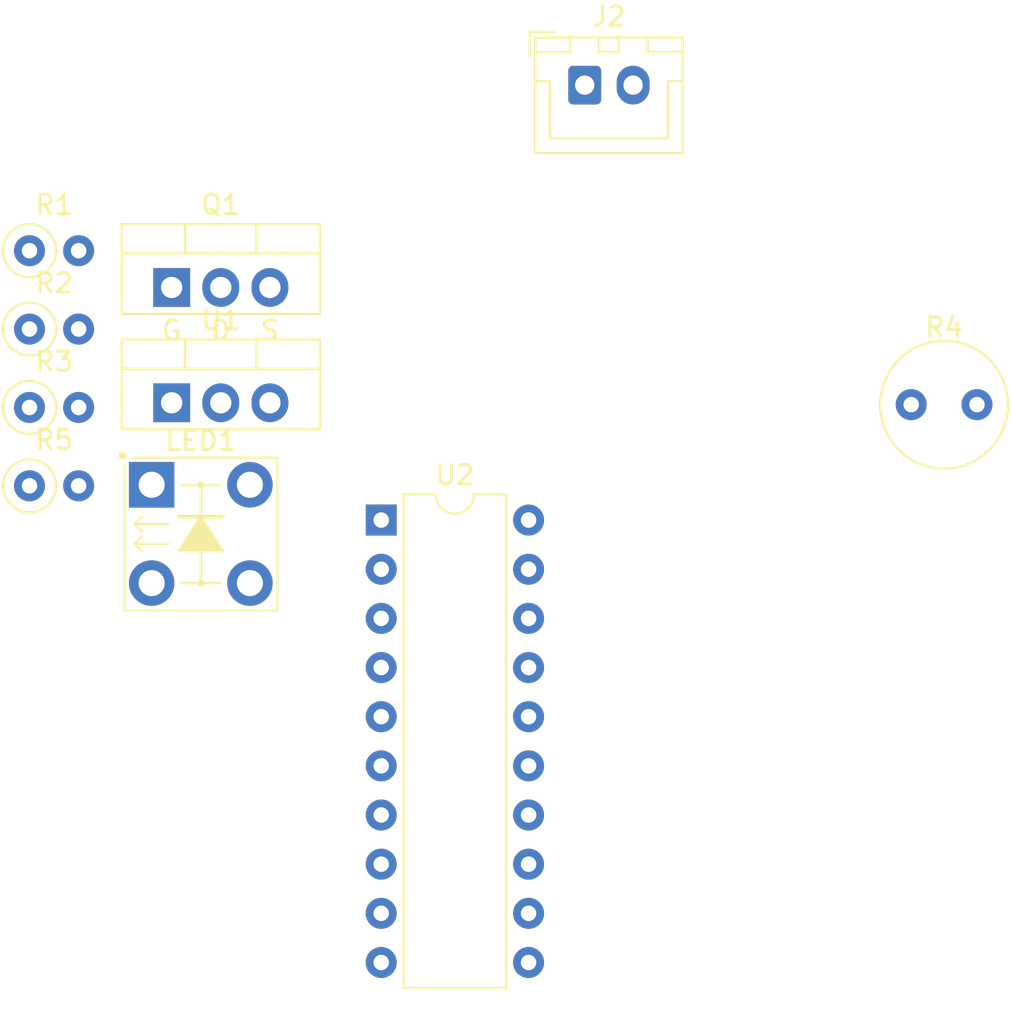
<source format=kicad_pcb>
(kicad_pcb (version 20240108) (generator "pcbnew") (generator_version "8.0")
  (layers (0 "F.Cu" signal) (31 "B.Cu" signal) (34 "B.Paste" user) (35 "F.Paste" user) (36 "B.SilkS" user "B.Silkscreen") (37 "F.SilkS" user "F.Silkscreen") (38 "B.Mask" user) (39 "F.Mask" user) (44 "Edge.Cuts" user))
  (net 0 "")
  (net 1 "/LED_PWR")
  (net 2 "Net-(LED1-K)")
  (net 3 "Net-(Q1-G)")
  (net 4 "GND")
  (net 5 "/PIR_INT")
  (net 6 "Net-(J1-Pin_2)")
  (net 7 "Net-(R2-Pad2)")
  (net 8 "/LED_CTRL")
  (net 9 "VCC")
  (net 10 "/LIGHT_LVL")
  (footprint "Connector_JST:JST_XH_B2B-XH-A_1x02_P2.50mm_Vertical" (layer "F.Cu") (at 81.32 31.75)
    (property "Reference" "J2" (at 1.25 -3.55 0) (layer "F.SilkS"))
    (property "Value" "Conn_01x02_Socket")
    (fp_line (start -2.85 -2.75) (end -2.85 -1.5) (stroke (width 0.12)) (layer "F.SilkS"))
    (fp_line (start -2.56 -2.46) (end -2.56 3.51) (stroke (width 0.12)) (layer "F.SilkS"))
    (fp_line (start -2.56 3.51) (end 5.06 3.51) (stroke (width 0.12)) (layer "F.SilkS"))
    (fp_line (start -2.55 -2.45) (end -2.55 -1.7) (stroke (width 0.12)) (layer "F.SilkS"))
    (fp_line (start -2.55 -1.7) (end -0.75 -1.7) (stroke (width 0.12)) (layer "F.SilkS"))
    (fp_line (start -2.55 -0.2) (end -1.8 -0.2) (stroke (width 0.12)) (layer "F.SilkS"))
    (fp_line (start -1.8 -0.2) (end -1.8 2.75) (stroke (width 0.12)) (layer "F.SilkS"))
    (fp_line (start -1.8 2.75) (end 1.25 2.75) (stroke (width 0.12)) (layer "F.SilkS"))
    (fp_line (start -1.6 -2.75) (end -2.85 -2.75) (stroke (width 0.12)) (layer "F.SilkS"))
    (fp_line (start -0.75 -2.45) (end -2.55 -2.45) (stroke (width 0.12)) (layer "F.SilkS"))
    (fp_line (start -0.75 -1.7) (end -0.75 -2.45) (stroke (width 0.12)) (layer "F.SilkS"))
    (fp_line (start 0.75 -2.45) (end 0.75 -1.7) (stroke (width 0.12)) (layer "F.SilkS"))
    (fp_line (start 0.75 -1.7) (end 1.75 -1.7) (stroke (width 0.12)) (layer "F.SilkS"))
    (fp_line (start 1.75 -2.45) (end 0.75 -2.45) (stroke (width 0.12)) (layer "F.SilkS"))
    (fp_line (start 1.75 -1.7) (end 1.75 -2.45) (stroke (width 0.12)) (layer "F.SilkS"))
    (fp_line (start 3.25 -2.45) (end 3.25 -1.7) (stroke (width 0.12)) (layer "F.SilkS"))
    (fp_line (start 3.25 -1.7) (end 5.05 -1.7) (stroke (width 0.12)) (layer "F.SilkS"))
    (fp_line (start 4.3 -0.2) (end 4.3 2.75) (stroke (width 0.12)) (layer "F.SilkS"))
    (fp_line (start 4.3 2.75) (end 1.25 2.75) (stroke (width 0.12)) (layer "F.SilkS"))
    (fp_line (start 5.05 -2.45) (end 3.25 -2.45) (stroke (width 0.12)) (layer "F.SilkS"))
    (fp_line (start 5.05 -1.7) (end 5.05 -2.45) (stroke (width 0.12)) (layer "F.SilkS"))
    (fp_line (start 5.05 -0.2) (end 4.3 -0.2) (stroke (width 0.12)) (layer "F.SilkS"))
    (fp_line (start 5.06 -2.46) (end -2.56 -2.46) (stroke (width 0.12)) (layer "F.SilkS"))
    (fp_line (start 5.06 3.51) (end 5.06 -2.46) (stroke (width 0.12)) (layer "F.SilkS"))
    (pad "1" thru_hole roundrect (at 0 0) (size 1.7 2) (drill 1) (layers "*.Cu" "*.Mask") (roundrect_rratio 0.147059) (net 9 "VCC"))
    (pad "2" thru_hole oval (at 2.5 0) (size 1.7 2) (drill 1) (layers "*.Cu" "*.Mask") (net 4 "GND"))
  )
  (footprint "PCM_LED_THT_AKL:LED_SuperFlux" (layer "F.Cu") (at 58.928921 52.401421)
    (property "Reference" "LED1" (at 2.54 -2.27 0) (layer "F.SilkS"))
    (property "Value" "LED_SuperFlux" (hide yes))
    (fp_line (start -1.4 6.5) (end -1.4 -1) (stroke (width 0.12)) (layer "F.SilkS"))
    (fp_line (start -1 -1.4) (end 6.5 -1.4) (stroke (width 0.12)) (layer "F.SilkS"))
    (fp_line (start -0.889 2.032) (end -0.508 2.413) (stroke (width 0.12)) (layer "F.SilkS"))
    (fp_line (start -0.889 3.048) (end -0.508 3.429) (stroke (width 0.12)) (layer "F.SilkS"))
    (fp_line (start -0.508 1.651) (end -0.889 2.032) (stroke (width 0.12)) (layer "F.SilkS"))
    (fp_line (start -0.508 2.667) (end -0.889 3.048) (stroke (width 0.12)) (layer "F.SilkS"))
    (fp_line (start 0.889 2.032) (end -0.889 2.032) (stroke (width 0.12)) (layer "F.SilkS"))
    (fp_line (start 0.889 3.048) (end -0.889 3.048) (stroke (width 0.12)) (layer "F.SilkS"))
    (fp_line (start 1.524 0) (end 3.556 0) (stroke (width 0.12)) (layer "F.SilkS"))
    (fp_line (start 1.524 5.08) (end 3.556 5.08) (stroke (width 0.12)) (layer "F.SilkS"))
    (fp_line (start 2.54 1.651) (end 1.397 1.651) (stroke (width 0.2)) (layer "F.SilkS"))
    (fp_line (start 2.54 1.651) (end 3.683 1.651) (stroke (width 0.2)) (layer "F.SilkS"))
    (fp_line (start 2.54 5.08) (end 2.54 0) (stroke (width 0.12)) (layer "F.SilkS"))
    (fp_line (start 6.5 -1.4) (end 6.5 6.5) (stroke (width 0.12)) (layer "F.SilkS"))
    (fp_line (start 6.5 6.5) (end -1.4 6.5) (stroke (width 0.12)) (layer "F.SilkS"))
    (fp_circle (center -1.5 -1.5) (end -1.358579 -1.5) (stroke (width 0.12)) (fill solid) (layer "F.SilkS"))
    (fp_circle (center 2.54 0) (end 2.667 0) (stroke (width 0.12)) (fill solid) (layer "F.SilkS"))
    (fp_circle (center 2.54 5.08) (end 2.667 5.08) (stroke (width 0.12)) (fill solid) (layer "F.SilkS"))
    (fp_poly (pts (xy 3.683 3.429) (xy 1.397 3.429) (xy 2.54 1.651)) (stroke (width 0.12)) (fill solid) (layer "F.SilkS"))
    (pad "1" thru_hole rect (at 0 0) (size 2.35 2.35) (drill 1.35) (layers "*.Cu" "*.Mask") (net 2 "Net-(LED1-K)"))
    (pad "1" thru_hole circle (at 5.08 0) (size 2.35 2.35) (drill 1.35) (layers "*.Cu" "*.Mask") (net 2 "Net-(LED1-K)"))
    (pad "2" thru_hole circle (at 0 5.08) (size 2.35 2.35) (drill 1.35) (layers "*.Cu" "*.Mask") (net 1 "/LED_PWR"))
    (pad "2" thru_hole circle (at 5.08 5.08) (size 2.35 2.35) (drill 1.35) (layers "*.Cu" "*.Mask") (net 1 "/LED_PWR"))
  )
  (footprint "Package_DIP:DIP-20_W7.62mm" (layer "F.Cu") (at 70.7975 54.225)
    (property "Reference" "U2" (at 3.81 -2.33 0) (layer "F.SilkS"))
    (property "Value" "CH32V003FxPx")
    (fp_line (start 1.16 -1.33) (end 1.16 24.19) (stroke (width 0.12)) (layer "F.SilkS"))
    (fp_line (start 1.16 24.19) (end 6.46 24.19) (stroke (width 0.12)) (layer "F.SilkS"))
    (fp_line (start 2.81 -1.33) (end 1.16 -1.33) (stroke (width 0.12)) (layer "F.SilkS"))
    (fp_line (start 6.46 -1.33) (end 4.81 -1.33) (stroke (width 0.12)) (layer "F.SilkS"))
    (fp_line (start 6.46 24.19) (end 6.46 -1.33) (stroke (width 0.12)) (layer "F.SilkS"))
    (fp_arc (start 4.81 -1.33) (mid 3.81 -0.33) (end 2.81 -1.33) (stroke (width 0.12)) (layer "F.SilkS"))
    (pad "1" thru_hole rect (at 0 0) (size 1.6 1.6) (drill 0.8) (layers "*.Cu" "*.Mask") (net 5 "/PIR_INT"))
    (pad "2" thru_hole oval (at 0 2.54) (size 1.6 1.6) (drill 0.8) (layers "*.Cu" "*.Mask"))
    (pad "3" thru_hole oval (at 0 5.08) (size 1.6 1.6) (drill 0.8) (layers "*.Cu" "*.Mask"))
    (pad "4" thru_hole oval (at 0 7.62) (size 1.6 1.6) (drill 0.8) (layers "*.Cu" "*.Mask"))
    (pad "5" thru_hole oval (at 0 10.16) (size 1.6 1.6) (drill 0.8) (layers "*.Cu" "*.Mask"))
    (pad "6" thru_hole oval (at 0 12.7) (size 1.6 1.6) (drill 0.8) (layers "*.Cu" "*.Mask"))
    (pad "7" thru_hole oval (at 0 15.24) (size 1.6 1.6) (drill 0.8) (layers "*.Cu" "*.Mask") (net 4 "GND"))
    (pad "8" thru_hole oval (at 0 17.78) (size 1.6 1.6) (drill 0.8) (layers "*.Cu" "*.Mask") (net 8 "/LED_CTRL"))
    (pad "9" thru_hole oval (at 0 20.32) (size 1.6 1.6) (drill 0.8) (layers "*.Cu" "*.Mask") (net 9 "VCC"))
    (pad "10" thru_hole oval (at 0 22.86) (size 1.6 1.6) (drill 0.8) (layers "*.Cu" "*.Mask"))
    (pad "11" thru_hole oval (at 7.62 22.86) (size 1.6 1.6) (drill 0.8) (layers "*.Cu" "*.Mask"))
    (pad "12" thru_hole oval (at 7.62 20.32) (size 1.6 1.6) (drill 0.8) (layers "*.Cu" "*.Mask"))
    (pad "13" thru_hole oval (at 7.62 17.78) (size 1.6 1.6) (drill 0.8) (layers "*.Cu" "*.Mask"))
    (pad "14" thru_hole oval (at 7.62 15.24) (size 1.6 1.6) (drill 0.8) (layers "*.Cu" "*.Mask"))
    (pad "15" thru_hole oval (at 7.62 12.7) (size 1.6 1.6) (drill 0.8) (layers "*.Cu" "*.Mask"))
    (pad "16" thru_hole oval (at 7.62 10.16) (size 1.6 1.6) (drill 0.8) (layers "*.Cu" "*.Mask"))
    (pad "17" thru_hole oval (at 7.62 7.62) (size 1.6 1.6) (drill 0.8) (layers "*.Cu" "*.Mask"))
    (pad "18" thru_hole oval (at 7.62 5.08) (size 1.6 1.6) (drill 0.8) (layers "*.Cu" "*.Mask"))
    (pad "19" thru_hole oval (at 7.62 2.54) (size 1.6 1.6) (drill 0.8) (layers "*.Cu" "*.Mask") (net 10 "/LIGHT_LVL"))
    (pad "20" thru_hole oval (at 7.62 0) (size 1.6 1.6) (drill 0.8) (layers "*.Cu" "*.Mask"))
  )
  (footprint "PCM_Package_TO_SOT_THT_AKL:TO-220-3_Vertical_GDS" (layer "F.Cu") (at 59.9625 42.205)
    (property "Reference" "Q1" (at 2.54 -4.27 0) (layer "F.SilkS"))
    (property "Value" "IRLZ44N" (hide yes))
    (fp_line (start -2.58 -3.27) (end -2.58 1.371) (stroke (width 0.12)) (layer "F.SilkS"))
    (fp_line (start -2.58 -3.27) (end 7.66 -3.27) (stroke (width 0.12)) (layer "F.SilkS"))
    (fp_line (start -2.58 -1.76) (end 7.66 -1.76) (stroke (width 0.12)) (layer "F.SilkS"))
    (fp_line (start -2.58 1.371) (end 7.66 1.371) (stroke (width 0.12)) (layer "F.SilkS"))
    (fp_line (start 0.69 -3.27) (end 0.69 -1.76) (stroke (width 0.12)) (layer "F.SilkS"))
    (fp_line (start 4.391 -3.27) (end 4.391 -1.76) (stroke (width 0.12)) (layer "F.SilkS"))
    (fp_line (start 7.66 -3.27) (end 7.66 1.371) (stroke (width 0.12)) (layer "F.SilkS"))
    (fp_text user "D" (at 2.54 2.2225 0) (layer "F.SilkS"))
    (fp_text user "S" (at 5.08 2.2225 0) (layer "F.SilkS"))
    (fp_text user "G" (at 0 2.2225 0) (layer "F.SilkS"))
    (pad "1" thru_hole rect (at 0 0) (size 1.905 2) (drill 1.1) (layers "*.Cu" "*.Mask") (net 3 "Net-(Q1-G)"))
    (pad "2" thru_hole oval (at 2.54 0) (size 1.905 2) (drill 1.1) (layers "*.Cu" "*.Mask") (net 2 "Net-(LED1-K)"))
    (pad "3" thru_hole oval (at 5.08 0) (size 1.905 2) (drill 1.1) (layers "*.Cu" "*.Mask") (net 4 "GND"))
  )
  (footprint "PCM_Resistor_THT_AKL:R_Axial_DIN0207_L6.3mm_D2.5mm_P2.54mm_Vertical" (layer "F.Cu") (at 52.6125 40.305)
    (property "Reference" "R1" (at 1.27 -2.37 0) (layer "F.SilkS"))
    (property "Value" "1K" (hide yes))
    (fp_line (start 1.37 0) (end 1.44 0) (stroke (width 0.12)) (layer "F.SilkS"))
    (fp_circle (center 0 0) (end 1.37 0) (stroke (width 0.12)) (fill none) (layer "F.SilkS"))
    (pad "1" thru_hole circle (at 0 0) (size 1.6 1.6) (drill 0.8) (layers "*.Cu" "*.Mask") (net 6 "Net-(J1-Pin_2)"))
    (pad "2" thru_hole oval (at 2.54 0) (size 1.6 1.6) (drill 0.8) (layers "*.Cu" "*.Mask") (net 5 "/PIR_INT"))
  )
  (footprint "PCM_Resistor_THT_AKL:R_Axial_DIN0207_L6.3mm_D2.5mm_P2.54mm_Vertical" (layer "F.Cu") (at 52.6125 48.405)
    (property "Reference" "R3" (at 1.27 -2.37 0) (layer "F.SilkS"))
    (property "Value" "1K" (hide yes))
    (fp_line (start 1.37 0) (end 1.44 0) (stroke (width 0.12)) (layer "F.SilkS"))
    (fp_circle (center 0 0) (end 1.37 0) (stroke (width 0.12)) (fill none) (layer "F.SilkS"))
    (pad "1" thru_hole circle (at 0 0) (size 1.6 1.6) (drill 0.8) (layers "*.Cu" "*.Mask") (net 8 "/LED_CTRL"))
    (pad "2" thru_hole oval (at 2.54 0) (size 1.6 1.6) (drill 0.8) (layers "*.Cu" "*.Mask") (net 3 "Net-(Q1-G)"))
  )
  (footprint "PCM_Resistor_THT_AKL:R_Axial_DIN0207_L6.3mm_D2.5mm_P2.54mm_Vertical" (layer "F.Cu") (at 52.6125 44.355)
    (property "Reference" "R2" (at 1.27 -2.37 0) (layer "F.SilkS"))
    (property "Value" "47" (hide yes))
    (fp_line (start 1.37 0) (end 1.44 0) (stroke (width 0.12)) (layer "F.SilkS"))
    (fp_circle (center 0 0) (end 1.37 0) (stroke (width 0.12)) (fill none) (layer "F.SilkS"))
    (pad "1" thru_hole circle (at 0 0) (size 1.6 1.6) (drill 0.8) (layers "*.Cu" "*.Mask") (net 1 "/LED_PWR"))
    (pad "2" thru_hole oval (at 2.54 0) (size 1.6 1.6) (drill 0.8) (layers "*.Cu" "*.Mask") (net 7 "Net-(R2-Pad2)"))
  )
  (footprint "PCM_Resistor_THT_AKL:R_Axial_DIN0207_L6.3mm_D2.5mm_P2.54mm_Vertical" (layer "F.Cu") (at 52.6125 52.455)
    (property "Reference" "R5" (at 1.27 -2.37 0) (layer "F.SilkS"))
    (property "Value" "1M" (hide yes))
    (fp_line (start 1.37 0) (end 1.44 0) (stroke (width 0.12)) (layer "F.SilkS"))
    (fp_circle (center 0 0) (end 1.37 0) (stroke (width 0.12)) (fill none) (layer "F.SilkS"))
    (pad "1" thru_hole circle (at 0 0) (size 1.6 1.6) (drill 0.8) (layers "*.Cu" "*.Mask") (net 10 "/LIGHT_LVL"))
    (pad "2" thru_hole oval (at 2.54 0) (size 1.6 1.6) (drill 0.8) (layers "*.Cu" "*.Mask") (net 9 "VCC"))
  )
  (footprint "OptoDevice:R_LDR_D6.4mm_P3.4mm_Vertical" (layer "F.Cu") (at 98.2 48.26)
    (property "Reference" "R4" (at 1.7 -4 0) (layer "F.SilkS"))
    (property "Value" "10K")
    (fp_circle (center 1.7 0) (end 5 -0.1) (stroke (width 0.12)) (fill none) (layer "F.SilkS"))
    (pad "1" thru_hole circle (at 0 0) (size 1.6 1.6) (drill 0.8) (layers "*.Cu" "*.Mask") (net 10 "/LIGHT_LVL"))
    (pad "2" thru_hole circle (at 3.4 0) (size 1.6 1.6) (drill 0.8) (layers "*.Cu" "*.Mask") (net 4 "GND"))
  )
  (footprint "PCM_Package_TO_SOT_THT_AKL:TO-220-3_Vertical" (layer "F.Cu") (at 59.9625 48.165)
    (property "Reference" "U1" (at 2.54 -4.27 0) (layer "F.SilkS"))
    (property "Value" "LT317AT" (hide yes))
    (fp_line (start -2.58 -3.27) (end -2.58 1.371) (stroke (width 0.12)) (layer "F.SilkS"))
    (fp_line (start -2.58 -3.27) (end 7.66 -3.27) (stroke (width 0.12)) (layer "F.SilkS"))
    (fp_line (start -2.58 -1.76) (end 7.66 -1.76) (stroke (width 0.12)) (layer "F.SilkS"))
    (fp_line (start -2.58 1.371) (end 7.66 1.371) (stroke (width 0.12)) (layer "F.SilkS"))
    (fp_line (start 0.69 -3.27) (end 0.69 -1.76) (stroke (width 0.12)) (layer "F.SilkS"))
    (fp_line (start 4.391 -3.27) (end 4.391 -1.76) (stroke (width 0.12)) (layer "F.SilkS"))
    (fp_line (start 7.66 -3.27) (end 7.66 1.371) (stroke (width 0.12)) (layer "F.SilkS"))
    (pad "1" thru_hole rect (at 0 0) (size 1.905 2) (drill 1.1) (layers "*.Cu" "*.Mask") (net 7 "Net-(R2-Pad2)"))
    (pad "2" thru_hole oval (at 2.54 0) (size 1.905 2) (drill 1.1) (layers "*.Cu" "*.Mask") (net 1 "/LED_PWR"))
    (pad "3" thru_hole oval (at 5.08 0) (size 1.905 2) (drill 1.1) (layers "*.Cu" "*.Mask") (net 9 "VCC"))
  )
)
</source>
